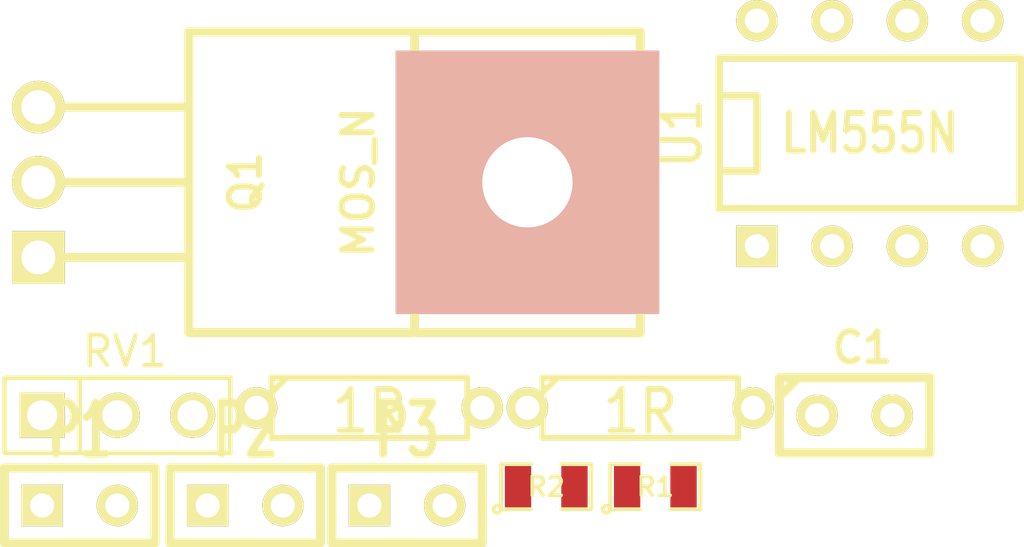
<source format=kicad_pcb>
(kicad_pcb (version 3) (host pcbnew "(2013-may-18)-stable")

  (general
    (links 18)
    (no_connects 18)
    (area 0 0 0 0)
    (thickness 1.6)
    (drawings 0)
    (tracks 0)
    (zones 0)
    (modules 11)
    (nets 10)
  )

  (page A3)
  (layers
    (15 F.Cu signal)
    (0 B.Cu signal)
    (16 B.Adhes user)
    (17 F.Adhes user)
    (18 B.Paste user)
    (19 F.Paste user)
    (20 B.SilkS user)
    (21 F.SilkS user)
    (22 B.Mask user)
    (23 F.Mask user)
    (24 Dwgs.User user)
    (25 Cmts.User user)
    (26 Eco1.User user)
    (27 Eco2.User user)
    (28 Edge.Cuts user)
  )

  (setup
    (last_trace_width 0.254)
    (trace_clearance 0.254)
    (zone_clearance 0.508)
    (zone_45_only no)
    (trace_min 0.254)
    (segment_width 0.2)
    (edge_width 0.1)
    (via_size 0.889)
    (via_drill 0.635)
    (via_min_size 0.889)
    (via_min_drill 0.508)
    (uvia_size 0.508)
    (uvia_drill 0.127)
    (uvias_allowed no)
    (uvia_min_size 0.508)
    (uvia_min_drill 0.127)
    (pcb_text_width 0.3)
    (pcb_text_size 1.5 1.5)
    (mod_edge_width 0.15)
    (mod_text_size 1 1)
    (mod_text_width 0.15)
    (pad_size 1.5 1.5)
    (pad_drill 0.6)
    (pad_to_mask_clearance 0)
    (aux_axis_origin 0 0)
    (visible_elements FFFFFFBF)
    (pcbplotparams
      (layerselection 3178497)
      (usegerberextensions true)
      (excludeedgelayer true)
      (linewidth 0.150000)
      (plotframeref false)
      (viasonmask false)
      (mode 1)
      (useauxorigin false)
      (hpglpennumber 1)
      (hpglpenspeed 20)
      (hpglpendiameter 15)
      (hpglpenoverlay 2)
      (psnegative false)
      (psa4output false)
      (plotreference true)
      (plotvalue true)
      (plotothertext true)
      (plotinvisibletext false)
      (padsonsilk false)
      (subtractmaskfromsilk false)
      (outputformat 1)
      (mirror false)
      (drillshape 1)
      (scaleselection 1)
      (outputdirectory ""))
  )

  (net 0 "")
  (net 1 +12V)
  (net 2 GND)
  (net 3 N-000001)
  (net 4 N-000004)
  (net 5 N-000006)
  (net 6 N-000007)
  (net 7 N-000008)
  (net 8 N-000009)
  (net 9 VCC)

  (net_class Default "This is the default net class."
    (clearance 0.254)
    (trace_width 0.254)
    (via_dia 0.889)
    (via_drill 0.635)
    (uvia_dia 0.508)
    (uvia_drill 0.127)
    (add_net "")
    (add_net +12V)
    (add_net GND)
    (add_net N-000001)
    (add_net N-000004)
    (add_net N-000006)
    (add_net N-000007)
    (add_net N-000008)
    (add_net N-000009)
    (add_net VCC)
  )

  (module TO220 (layer F.Cu) (tedit 200000) (tstamp 53E68525)
    (at 135.636 19.431)
    (descr "Transistor TO 220")
    (tags "TR TO220 DEV")
    (path /53E67E1E)
    (fp_text reference Q1 (at 6.985 0 90) (layer F.SilkS)
      (effects (font (size 1.016 1.016) (thickness 0.2032)))
    )
    (fp_text value MOS_N (at 10.795 0 90) (layer F.SilkS)
      (effects (font (size 1.016 1.016) (thickness 0.2032)))
    )
    (fp_line (start 0 -2.54) (end 5.08 -2.54) (layer F.SilkS) (width 0.3048))
    (fp_line (start 0 0) (end 5.08 0) (layer F.SilkS) (width 0.3048))
    (fp_line (start 0 2.54) (end 5.08 2.54) (layer F.SilkS) (width 0.3048))
    (fp_line (start 5.08 5.08) (end 20.32 5.08) (layer F.SilkS) (width 0.3048))
    (fp_line (start 20.32 5.08) (end 20.32 -5.08) (layer F.SilkS) (width 0.3048))
    (fp_line (start 20.32 -5.08) (end 5.08 -5.08) (layer F.SilkS) (width 0.3048))
    (fp_line (start 5.08 -5.08) (end 5.08 5.08) (layer F.SilkS) (width 0.3048))
    (fp_line (start 12.7 3.81) (end 12.7 -5.08) (layer F.SilkS) (width 0.3048))
    (fp_line (start 12.7 3.81) (end 12.7 5.08) (layer F.SilkS) (width 0.3048))
    (pad 1 thru_hole rect (at 0 2.54) (size 1.778 1.778) (drill 1.143)
      (layers *.Cu *.Mask F.SilkS)
    )
    (pad 2 thru_hole circle (at 0 -2.54) (size 1.778 1.778) (drill 1.143)
      (layers *.Cu *.Mask F.SilkS)
    )
    (pad 3 thru_hole circle (at 0 0) (size 1.778 1.778) (drill 1.143)
      (layers *.Cu *.Mask F.SilkS)
    )
    (pad 4 thru_hole rect (at 16.51 0) (size 8.89 8.89) (drill 3.048)
      (layers *.Cu *.SilkS *.Mask)
    )
    (model discret/to220_horiz.wrl
      (at (xyz 0 0 0))
      (scale (xyz 1 1 1))
      (rotate (xyz 0 0 0))
    )
  )

  (module SM0805 (layer F.Cu) (tedit 42806E04) (tstamp 53E68532)
    (at 152.781 29.718)
    (path /53E680BB)
    (attr smd)
    (fp_text reference R2 (at 0 0) (layer F.SilkS)
      (effects (font (size 0.635 0.635) (thickness 0.127)))
    )
    (fp_text value 1k (at 0 0) (layer F.SilkS) hide
      (effects (font (size 0.635 0.635) (thickness 0.127)))
    )
    (fp_circle (center -1.651 0.762) (end -1.651 0.635) (layer F.SilkS) (width 0.127))
    (fp_line (start -0.508 0.762) (end -1.524 0.762) (layer F.SilkS) (width 0.127))
    (fp_line (start -1.524 0.762) (end -1.524 -0.762) (layer F.SilkS) (width 0.127))
    (fp_line (start -1.524 -0.762) (end -0.508 -0.762) (layer F.SilkS) (width 0.127))
    (fp_line (start 0.508 -0.762) (end 1.524 -0.762) (layer F.SilkS) (width 0.127))
    (fp_line (start 1.524 -0.762) (end 1.524 0.762) (layer F.SilkS) (width 0.127))
    (fp_line (start 1.524 0.762) (end 0.508 0.762) (layer F.SilkS) (width 0.127))
    (pad 1 smd rect (at -0.9525 0) (size 0.889 1.397)
      (layers F.Cu F.Paste F.Mask)
      (net 4 N-000004)
    )
    (pad 2 smd rect (at 0.9525 0) (size 0.889 1.397)
      (layers F.Cu F.Paste F.Mask)
      (net 3 N-000001)
    )
    (model smd/chip_cms.wrl
      (at (xyz 0 0 0))
      (scale (xyz 0.1 0.1 0.1))
      (rotate (xyz 0 0 0))
    )
  )

  (module SM0805 (layer F.Cu) (tedit 42806E04) (tstamp 53E6853F)
    (at 156.464 29.718)
    (path /53E680EF)
    (attr smd)
    (fp_text reference R1 (at 0 0) (layer F.SilkS)
      (effects (font (size 0.635 0.635) (thickness 0.127)))
    )
    (fp_text value 10k (at 0 0) (layer F.SilkS) hide
      (effects (font (size 0.635 0.635) (thickness 0.127)))
    )
    (fp_circle (center -1.651 0.762) (end -1.651 0.635) (layer F.SilkS) (width 0.127))
    (fp_line (start -0.508 0.762) (end -1.524 0.762) (layer F.SilkS) (width 0.127))
    (fp_line (start -1.524 0.762) (end -1.524 -0.762) (layer F.SilkS) (width 0.127))
    (fp_line (start -1.524 -0.762) (end -0.508 -0.762) (layer F.SilkS) (width 0.127))
    (fp_line (start 0.508 -0.762) (end 1.524 -0.762) (layer F.SilkS) (width 0.127))
    (fp_line (start 1.524 -0.762) (end 1.524 0.762) (layer F.SilkS) (width 0.127))
    (fp_line (start 1.524 0.762) (end 0.508 0.762) (layer F.SilkS) (width 0.127))
    (pad 1 smd rect (at -0.9525 0) (size 0.889 1.397)
      (layers F.Cu F.Paste F.Mask)
      (net 9 VCC)
    )
    (pad 2 smd rect (at 0.9525 0) (size 0.889 1.397)
      (layers F.Cu F.Paste F.Mask)
      (net 3 N-000001)
    )
    (model smd/chip_cms.wrl
      (at (xyz 0 0 0))
      (scale (xyz 0.1 0.1 0.1))
      (rotate (xyz 0 0 0))
    )
  )

  (module R3 (layer F.Cu) (tedit 4E4C0E65) (tstamp 53E6854D)
    (at 146.812 27.051)
    (descr "Resitance 3 pas")
    (tags R)
    (path /53E67E8A)
    (autoplace_cost180 10)
    (fp_text reference R3 (at 0 0.127) (layer F.SilkS) hide
      (effects (font (size 1.397 1.27) (thickness 0.2032)))
    )
    (fp_text value 1R (at 0 0.127) (layer F.SilkS)
      (effects (font (size 1.397 1.27) (thickness 0.2032)))
    )
    (fp_line (start -3.81 0) (end -3.302 0) (layer F.SilkS) (width 0.2032))
    (fp_line (start 3.81 0) (end 3.302 0) (layer F.SilkS) (width 0.2032))
    (fp_line (start 3.302 0) (end 3.302 -1.016) (layer F.SilkS) (width 0.2032))
    (fp_line (start 3.302 -1.016) (end -3.302 -1.016) (layer F.SilkS) (width 0.2032))
    (fp_line (start -3.302 -1.016) (end -3.302 1.016) (layer F.SilkS) (width 0.2032))
    (fp_line (start -3.302 1.016) (end 3.302 1.016) (layer F.SilkS) (width 0.2032))
    (fp_line (start 3.302 1.016) (end 3.302 0) (layer F.SilkS) (width 0.2032))
    (fp_line (start -3.302 -0.508) (end -2.794 -1.016) (layer F.SilkS) (width 0.2032))
    (pad 1 thru_hole circle (at -3.81 0) (size 1.397 1.397) (drill 0.8128)
      (layers *.Cu *.Mask F.SilkS)
      (net 5 N-000006)
    )
    (pad 2 thru_hole circle (at 3.81 0) (size 1.397 1.397) (drill 0.8128)
      (layers *.Cu *.Mask F.SilkS)
      (net 6 N-000007)
    )
    (model discret/resistor.wrl
      (at (xyz 0 0 0))
      (scale (xyz 0.3 0.3 0.3))
      (rotate (xyz 0 0 0))
    )
  )

  (module R3 (layer F.Cu) (tedit 4E4C0E65) (tstamp 53E6855B)
    (at 155.956 27.051)
    (descr "Resitance 3 pas")
    (tags R)
    (path /53E67E9C)
    (autoplace_cost180 10)
    (fp_text reference R4 (at 0 0.127) (layer F.SilkS) hide
      (effects (font (size 1.397 1.27) (thickness 0.2032)))
    )
    (fp_text value 1R (at 0 0.127) (layer F.SilkS)
      (effects (font (size 1.397 1.27) (thickness 0.2032)))
    )
    (fp_line (start -3.81 0) (end -3.302 0) (layer F.SilkS) (width 0.2032))
    (fp_line (start 3.81 0) (end 3.302 0) (layer F.SilkS) (width 0.2032))
    (fp_line (start 3.302 0) (end 3.302 -1.016) (layer F.SilkS) (width 0.2032))
    (fp_line (start 3.302 -1.016) (end -3.302 -1.016) (layer F.SilkS) (width 0.2032))
    (fp_line (start -3.302 -1.016) (end -3.302 1.016) (layer F.SilkS) (width 0.2032))
    (fp_line (start -3.302 1.016) (end 3.302 1.016) (layer F.SilkS) (width 0.2032))
    (fp_line (start 3.302 1.016) (end 3.302 0) (layer F.SilkS) (width 0.2032))
    (fp_line (start -3.302 -0.508) (end -2.794 -1.016) (layer F.SilkS) (width 0.2032))
    (pad 1 thru_hole circle (at -3.81 0) (size 1.397 1.397) (drill 0.8128)
      (layers *.Cu *.Mask F.SilkS)
      (net 5 N-000006)
    )
    (pad 2 thru_hole circle (at 3.81 0) (size 1.397 1.397) (drill 0.8128)
      (layers *.Cu *.Mask F.SilkS)
      (net 6 N-000007)
    )
    (model discret/resistor.wrl
      (at (xyz 0 0 0))
      (scale (xyz 0.3 0.3 0.3))
      (rotate (xyz 0 0 0))
    )
  )

  (module DIP-8__300 (layer F.Cu) (tedit 43A7F843) (tstamp 53E6856E)
    (at 163.703 17.78)
    (descr "8 pins DIL package, round pads")
    (tags DIL)
    (path /53E67DCE)
    (fp_text reference U1 (at -6.35 0 90) (layer F.SilkS)
      (effects (font (size 1.27 1.143) (thickness 0.2032)))
    )
    (fp_text value LM555N (at 0 0) (layer F.SilkS)
      (effects (font (size 1.27 1.016) (thickness 0.2032)))
    )
    (fp_line (start -5.08 -1.27) (end -3.81 -1.27) (layer F.SilkS) (width 0.254))
    (fp_line (start -3.81 -1.27) (end -3.81 1.27) (layer F.SilkS) (width 0.254))
    (fp_line (start -3.81 1.27) (end -5.08 1.27) (layer F.SilkS) (width 0.254))
    (fp_line (start -5.08 -2.54) (end 5.08 -2.54) (layer F.SilkS) (width 0.254))
    (fp_line (start 5.08 -2.54) (end 5.08 2.54) (layer F.SilkS) (width 0.254))
    (fp_line (start 5.08 2.54) (end -5.08 2.54) (layer F.SilkS) (width 0.254))
    (fp_line (start -5.08 2.54) (end -5.08 -2.54) (layer F.SilkS) (width 0.254))
    (pad 1 thru_hole rect (at -3.81 3.81) (size 1.397 1.397) (drill 0.8128)
      (layers *.Cu *.Mask F.SilkS)
      (net 2 GND)
    )
    (pad 2 thru_hole circle (at -1.27 3.81) (size 1.397 1.397) (drill 0.8128)
      (layers *.Cu *.Mask F.SilkS)
      (net 5 N-000006)
    )
    (pad 3 thru_hole circle (at 1.27 3.81) (size 1.397 1.397) (drill 0.8128)
      (layers *.Cu *.Mask F.SilkS)
      (net 8 N-000009)
    )
    (pad 4 thru_hole circle (at 3.81 3.81) (size 1.397 1.397) (drill 0.8128)
      (layers *.Cu *.Mask F.SilkS)
      (net 9 VCC)
    )
    (pad 5 thru_hole circle (at 3.81 -3.81) (size 1.397 1.397) (drill 0.8128)
      (layers *.Cu *.Mask F.SilkS)
      (net 7 N-000008)
    )
    (pad 6 thru_hole circle (at 1.27 -3.81) (size 1.397 1.397) (drill 0.8128)
      (layers *.Cu *.Mask F.SilkS)
      (net 5 N-000006)
    )
    (pad 7 thru_hole circle (at -1.27 -3.81) (size 1.397 1.397) (drill 0.8128)
      (layers *.Cu *.Mask F.SilkS)
      (net 4 N-000004)
    )
    (pad 8 thru_hole circle (at -3.81 -3.81) (size 1.397 1.397) (drill 0.8128)
      (layers *.Cu *.Mask F.SilkS)
      (net 9 VCC)
    )
    (model dil/dil_8.wrl
      (at (xyz 0 0 0))
      (scale (xyz 1 1 1))
      (rotate (xyz 0 0 0))
    )
  )

  (module C1 (layer F.Cu) (tedit 3F92C496) (tstamp 53E68579)
    (at 163.195 27.305)
    (descr "Condensateur e = 1 pas")
    (tags C)
    (path /53E68028)
    (fp_text reference C1 (at 0.254 -2.286) (layer F.SilkS)
      (effects (font (size 1.016 1.016) (thickness 0.2032)))
    )
    (fp_text value 1u (at 0 -2.286) (layer F.SilkS) hide
      (effects (font (size 1.016 1.016) (thickness 0.2032)))
    )
    (fp_line (start -2.4892 -1.27) (end 2.54 -1.27) (layer F.SilkS) (width 0.3048))
    (fp_line (start 2.54 -1.27) (end 2.54 1.27) (layer F.SilkS) (width 0.3048))
    (fp_line (start 2.54 1.27) (end -2.54 1.27) (layer F.SilkS) (width 0.3048))
    (fp_line (start -2.54 1.27) (end -2.54 -1.27) (layer F.SilkS) (width 0.3048))
    (fp_line (start -2.54 -0.635) (end -1.905 -1.27) (layer F.SilkS) (width 0.3048))
    (pad 1 thru_hole circle (at -1.27 0) (size 1.397 1.397) (drill 0.8128)
      (layers *.Cu *.Mask F.SilkS)
      (net 3 N-000001)
    )
    (pad 2 thru_hole circle (at 1.27 0) (size 1.397 1.397) (drill 0.8128)
      (layers *.Cu *.Mask F.SilkS)
      (net 2 GND)
    )
    (model discret/capa_1_pas.wrl
      (at (xyz 0 0 0))
      (scale (xyz 1 1 1))
      (rotate (xyz 0 0 0))
    )
  )

  (module SIL-2 (layer F.Cu) (tedit 200000) (tstamp 53E6858E)
    (at 137.033 30.353)
    (descr "Connecteurs 2 pins")
    (tags "CONN DEV")
    (path /53E67E05)
    (fp_text reference P1 (at 0 -2.54) (layer F.SilkS)
      (effects (font (size 1.72974 1.08712) (thickness 0.3048)))
    )
    (fp_text value CONN_2 (at 0 -2.54) (layer F.SilkS) hide
      (effects (font (size 1.524 1.016) (thickness 0.3048)))
    )
    (fp_line (start -2.54 1.27) (end -2.54 -1.27) (layer F.SilkS) (width 0.3048))
    (fp_line (start -2.54 -1.27) (end 2.54 -1.27) (layer F.SilkS) (width 0.3048))
    (fp_line (start 2.54 -1.27) (end 2.54 1.27) (layer F.SilkS) (width 0.3048))
    (fp_line (start 2.54 1.27) (end -2.54 1.27) (layer F.SilkS) (width 0.3048))
    (pad 1 thru_hole rect (at -1.27 0) (size 1.397 1.397) (drill 0.8128)
      (layers *.Cu *.Mask F.SilkS)
      (net 1 +12V)
    )
    (pad 2 thru_hole circle (at 1.27 0) (size 1.397 1.397) (drill 0.8128)
      (layers *.Cu *.Mask F.SilkS)
      (net 5 N-000006)
    )
  )

  (module SIL-2 (layer F.Cu) (tedit 200000) (tstamp 53E68611)
    (at 142.621 30.353)
    (descr "Connecteurs 2 pins")
    (tags "CONN DEV")
    (path /53E688FF)
    (fp_text reference P2 (at 0 -2.54) (layer F.SilkS)
      (effects (font (size 1.72974 1.08712) (thickness 0.3048)))
    )
    (fp_text value CONN_2 (at 0 -2.54) (layer F.SilkS) hide
      (effects (font (size 1.524 1.016) (thickness 0.3048)))
    )
    (fp_line (start -2.54 1.27) (end -2.54 -1.27) (layer F.SilkS) (width 0.3048))
    (fp_line (start -2.54 -1.27) (end 2.54 -1.27) (layer F.SilkS) (width 0.3048))
    (fp_line (start 2.54 -1.27) (end 2.54 1.27) (layer F.SilkS) (width 0.3048))
    (fp_line (start 2.54 1.27) (end -2.54 1.27) (layer F.SilkS) (width 0.3048))
    (pad 1 thru_hole rect (at -1.27 0) (size 1.397 1.397) (drill 0.8128)
      (layers *.Cu *.Mask F.SilkS)
      (net 2 GND)
    )
    (pad 2 thru_hole circle (at 1.27 0) (size 1.397 1.397) (drill 0.8128)
      (layers *.Cu *.Mask F.SilkS)
      (net 9 VCC)
    )
  )

  (module SIL-2 (layer F.Cu) (tedit 200000) (tstamp 53E68622)
    (at 148.082 30.353)
    (descr "Connecteurs 2 pins")
    (tags "CONN DEV")
    (path /53E68B01)
    (fp_text reference P3 (at 0 -2.54) (layer F.SilkS)
      (effects (font (size 1.72974 1.08712) (thickness 0.3048)))
    )
    (fp_text value CONN_2 (at 0 -2.54) (layer F.SilkS) hide
      (effects (font (size 1.524 1.016) (thickness 0.3048)))
    )
    (fp_line (start -2.54 1.27) (end -2.54 -1.27) (layer F.SilkS) (width 0.3048))
    (fp_line (start -2.54 -1.27) (end 2.54 -1.27) (layer F.SilkS) (width 0.3048))
    (fp_line (start 2.54 -1.27) (end 2.54 1.27) (layer F.SilkS) (width 0.3048))
    (fp_line (start 2.54 1.27) (end -2.54 1.27) (layer F.SilkS) (width 0.3048))
    (pad 1 thru_hole rect (at -1.27 0) (size 1.397 1.397) (drill 0.8128)
      (layers *.Cu *.Mask F.SilkS)
      (net 2 GND)
    )
    (pad 2 thru_hole circle (at 1.27 0) (size 1.397 1.397) (drill 0.8128)
      (layers *.Cu *.Mask F.SilkS)
      (net 1 +12V)
    )
  )

  (module PIN_ARRAY_3X1 (layer F.Cu) (tedit 4C1130E0) (tstamp 53E68584)
    (at 138.303 27.305)
    (descr "Connecteur 3 pins")
    (tags "CONN DEV")
    (path /53E682A8)
    (fp_text reference RV1 (at 0.254 -2.159) (layer F.SilkS)
      (effects (font (size 1.016 1.016) (thickness 0.1524)))
    )
    (fp_text value POT (at 0 -2.159) (layer F.SilkS) hide
      (effects (font (size 1.016 1.016) (thickness 0.1524)))
    )
    (fp_line (start -3.81 1.27) (end -3.81 -1.27) (layer F.SilkS) (width 0.1524))
    (fp_line (start -3.81 -1.27) (end 3.81 -1.27) (layer F.SilkS) (width 0.1524))
    (fp_line (start 3.81 -1.27) (end 3.81 1.27) (layer F.SilkS) (width 0.1524))
    (fp_line (start 3.81 1.27) (end -3.81 1.27) (layer F.SilkS) (width 0.1524))
    (fp_line (start -1.27 -1.27) (end -1.27 1.27) (layer F.SilkS) (width 0.1524))
    (pad 1 thru_hole rect (at -2.54 0) (size 1.524 1.524) (drill 1.016)
      (layers *.Cu *.Mask F.SilkS)
      (net 2 GND)
    )
    (pad 2 thru_hole circle (at 0 0) (size 1.524 1.524) (drill 1.016)
      (layers *.Cu *.Mask F.SilkS)
      (net 7 N-000008)
    )
    (pad 3 thru_hole circle (at 2.54 0) (size 1.524 1.524) (drill 1.016)
      (layers *.Cu *.Mask F.SilkS)
      (net 7 N-000008)
    )
    (model pin_array/pins_array_3x1.wrl
      (at (xyz 0 0 0))
      (scale (xyz 1 1 1))
      (rotate (xyz 0 0 0))
    )
  )

)

</source>
